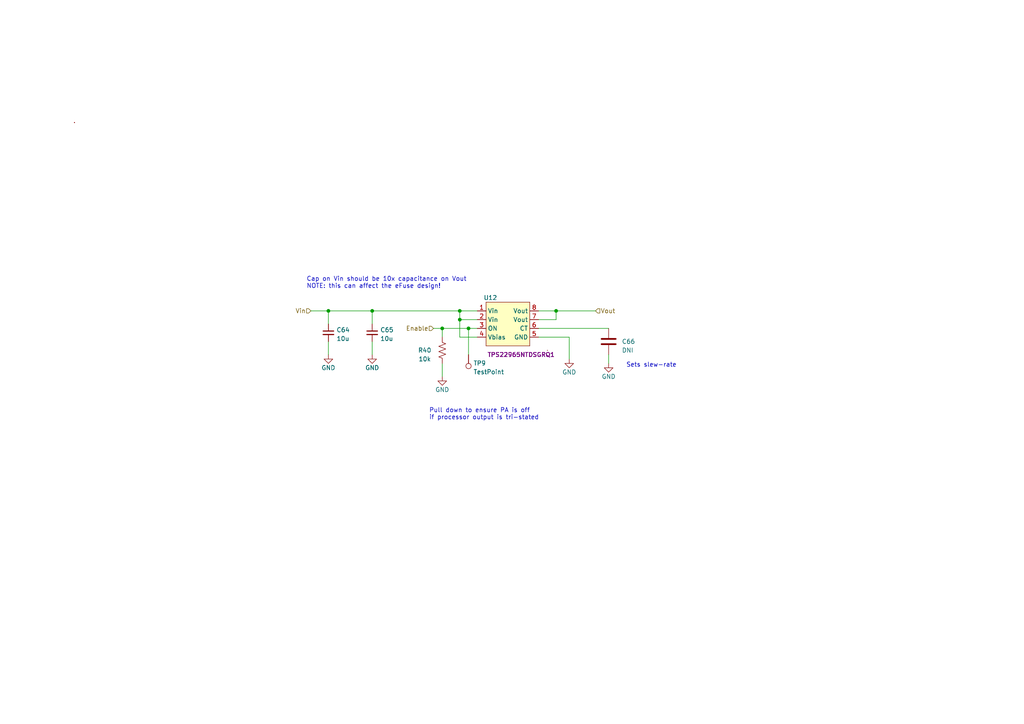
<source format=kicad_sch>
(kicad_sch (version 20230121) (generator eeschema)
  (paper "A4")
  (lib_symbols
    (symbol "Connector:TestPoint" (pin_numbers hide) (pin_names (offset 0.762) hide)
      (property "Reference" "TP" (at 0 6.858 0))
      (property "Value" "TestPoint" (at 0 5.08 0))
      (symbol "TestPoint_0_1"
        (circle (center 0 3.302) (radius 0.762))
      )
      (symbol "TestPoint_1_1"
        (pin passive line (at 0 0 90) (length 2.54) (name "1") (number "1"))
      )
    )
    (symbol "Device:C" (pin_numbers hide) (pin_names (offset 0.254))
      (property "Reference" "C" (at 0.635 2.54 0))
      (property "Value" "C" (at 0.635 -2.54 0))
      (symbol "C_0_1"
        (polyline (pts (xy -2.032 -0.762) (xy 2.032 -0.762)) (stroke (width 0.508)))
        (polyline (pts (xy -2.032 0.762) (xy 2.032 0.762)) (stroke (width 0.508)))
      )
      (symbol "C_1_1"
        (pin passive line (at 0 3.81 270) (length 2.794) (name "~") (number "1"))
        (pin passive line (at 0 -3.81 90) (length 2.794) (name "~") (number "2"))
      )
    )
    (symbol "Device:C_Small" (pin_numbers hide) (pin_names (offset 0.254) hide)
      (property "Reference" "C" (at 0.254 1.778 0))
      (property "Value" "C_Small" (at 0.254 -2.032 0))
      (symbol "C_Small_0_1"
        (polyline (pts (xy -1.524 -0.508) (xy 1.524 -0.508)) (stroke (width 0.3302)))
        (polyline (pts (xy -1.524 0.508) (xy 1.524 0.508)) (stroke (width 0.3048)))
      )
      (symbol "C_Small_1_1"
        (pin passive line (at 0 2.54 270) (length 2.032) (name "~") (number "1"))
        (pin passive line (at 0 -2.54 90) (length 2.032) (name "~") (number "2"))
      )
    )
    (symbol "Device:R_US" (pin_numbers hide) (pin_names (offset 0))
      (property "Reference" "R" (at 2.54 0 90))
      (property "Value" "R_US" (at -2.54 0 90))
      (symbol "R_US_0_1"
        (polyline (pts (xy 0 -2.286) (xy 0 -2.54)))
        (polyline (pts (xy 0 2.286) (xy 0 2.54)))
        (polyline (pts (xy 0 -0.762) (xy 1.016 -1.143) (xy 0 -1.524) (xy -1.016 -1.905) (xy 0 -2.286)))
        (polyline (pts (xy 0 0.762) (xy 1.016 0.381) (xy 0 0) (xy -1.016 -0.381) (xy 0 -0.762)))
        (polyline (pts (xy 0 2.286) (xy 1.016 1.905) (xy 0 1.524) (xy -1.016 1.143) (xy 0 0.762)))
      )
      (symbol "R_US_1_1"
        (pin passive line (at 0 3.81 270) (length 1.27) (name "~") (number "1"))
        (pin passive line (at 0 -3.81 90) (length 1.27) (name "~") (number "2"))
      )
    )
    (symbol "Silversat:TPS22965NTDSGRQ1"
      (property "Reference" "U?" (at 1.27 3.81 0))
      (property "Value" "TPS22965NTDSGRQ1" (at 10.16 -12.7 0))
      (property "Manufacturer_Part_Number" "TPS22965NTDSGRQ1" (at 10.16 -12.7 0))
      (symbol "TPS22965NTDSGRQ1_0_1"
        (rectangle (start -119.38 54.61) (end -119.38 54.61) (stroke (width 0.1524)))
        (rectangle (start -119.38 54.61) (end -119.38 54.61) (stroke (width 0.1524)))
        (rectangle (start -119.38 54.61) (end -119.38 54.61) (stroke (width 0.1524)))
        (rectangle (start -119.38 54.61) (end -119.38 54.61) (stroke (width 0.1524)))
        (rectangle (start -119.38 54.61) (end -119.38 54.61) (stroke (width 0.1524)))
        (rectangle (start -119.38 54.61) (end -119.38 54.61) (stroke (width 0.1524)))
        (rectangle (start -119.38 54.61) (end -119.38 54.61) (stroke (width 0.1524)))
        (rectangle (start -119.38 54.61) (end -119.38 54.61) (stroke (width 0.1524)))
        (rectangle (start -119.38 54.61) (end -119.38 54.61) (stroke (width 0.1524)))
        (rectangle (start -119.38 54.61) (end -119.38 54.61) (stroke (width 0.1524)))
        (rectangle (start -119.38 54.61) (end -119.38 54.61) (stroke (width 0.1524)))
        (rectangle (start -119.38 54.61) (end -119.38 54.61) (stroke (width 0.1524)))
        (polyline (pts (xy -119.38 54.61) (xy -119.38 54.61)) (stroke (width 0.1524)))
        (rectangle (start 0 2.54) (end 12.7 -10.16) (stroke (width 0.1524)) (fill (type background)))
        (rectangle (start 17.78 -11.43) (end 17.78 -11.43) (stroke (width 0.1524)))
        (rectangle (start 17.78 -11.43) (end 17.78 -11.43) (stroke (width 0.1524)))
        (rectangle (start 17.78 -11.43) (end 17.78 -11.43) (stroke (width 0.1524)))
        (rectangle (start 17.78 -11.43) (end 17.78 -11.43) (stroke (width 0.1524)))
        (rectangle (start 17.78 -11.43) (end 17.78 -11.43) (stroke (width 0.1524)))
        (rectangle (start 17.78 -11.43) (end 17.78 -11.43) (stroke (width 0.1524)))
        (rectangle (start 17.78 -11.43) (end 17.78 -11.43) (stroke (width 0.1524)))
        (rectangle (start 17.78 -11.43) (end 17.78 -11.43) (stroke (width 0.1524)))
        (rectangle (start 17.78 -11.43) (end 17.78 -11.43) (stroke (width 0.1524)))
        (rectangle (start 17.78 -11.43) (end 17.78 -11.43) (stroke (width 0.1524)))
        (rectangle (start 17.78 -11.43) (end 17.78 -11.43) (stroke (width 0.1524)))
      )
      (symbol "TPS22965NTDSGRQ1_1_1"
        (pin power_in line (at -2.54 0 0) (length 2.54) (name "Vin") (number "1"))
        (pin power_in line (at -2.54 -2.54 0) (length 2.54) (name "Vin") (number "2"))
        (pin input line (at -2.54 -5.08 0) (length 2.54) (name "ON") (number "3"))
        (pin power_in line (at -2.54 -7.62 0) (length 2.54) (name "Vbias") (number "4"))
        (pin passive line (at 15.24 -7.62 180) (length 2.54) (name "GND") (number "5"))
        (pin passive line (at 15.24 -5.08 180) (length 2.54) (name "CT") (number "6"))
        (pin power_out line (at 15.24 -2.54 180) (length 2.54) (name "Vout") (number "7"))
        (pin power_out line (at 15.24 0 180) (length 2.54) (name "Vout") (number "8"))
      )
    )
    (symbol "power:GND" (power) (pin_names (offset 0))
      (property "Value" "GND" (at 0 -3.81 0))
      (symbol "GND_0_1"
        (polyline (pts (xy 0 0) (xy 0 -1.27) (xy 1.27 -1.27) (xy 0 -2.54) (xy -1.27 -1.27) (xy 0 -1.27)))
      )
      (symbol "GND_1_1"
        (pin power_in line (at 0 0 270) (length 0) hide (name "GND") (number "1"))
      )
    )
  )
  (junction (at 133.35 92.71))
  (junction (at 128.27 95.25))
  (junction (at 133.35 90.17))
  (junction (at 107.95 90.17))
  (junction (at 135.89 95.25))
  (junction (at 161.29 90.17))
  (junction (at 95.25 90.17))
  (wire (pts (xy 128.27 95.25) (xy 128.27 97.79)))
  (wire (pts (xy 135.89 95.25) (xy 138.43 95.25)))
  (wire (pts (xy 95.25 93.98) (xy 95.25 90.17)))
  (wire (pts (xy 128.27 95.25) (xy 135.89 95.25)))
  (wire (pts (xy 161.29 92.71) (xy 161.29 90.17)))
  (wire (pts (xy 107.95 90.17) (xy 107.95 93.98)))
  (wire (pts (xy 95.25 90.17) (xy 107.95 90.17)))
  (wire (pts (xy 90.17 90.17) (xy 95.25 90.17)))
  (wire (pts (xy 165.1 104.14) (xy 165.1 97.79)))
  (wire (pts (xy 128.27 105.41) (xy 128.27 109.22)))
  (wire (pts (xy 133.35 92.71) (xy 133.35 90.17)))
  (wire (pts (xy 107.95 90.17) (xy 133.35 90.17)))
  (wire (pts (xy 156.21 90.17) (xy 161.29 90.17)))
  (wire (pts (xy 95.25 99.06) (xy 95.25 102.87)))
  (wire (pts (xy 138.43 97.79) (xy 133.35 97.79)))
  (wire (pts (xy 161.29 90.17) (xy 172.72 90.17)))
  (wire (pts (xy 107.95 99.06) (xy 107.95 102.87)))
  (wire (pts (xy 165.1 97.79) (xy 156.21 97.79)))
  (wire (pts (xy 133.35 90.17) (xy 138.43 90.17)))
  (wire (pts (xy 138.43 92.71) (xy 133.35 92.71)))
  (wire (pts (xy 156.21 92.71) (xy 161.29 92.71)))
  (wire (pts (xy 133.35 97.79) (xy 133.35 92.71)))
  (wire (pts (xy 176.53 102.87) (xy 176.53 105.41)))
  (wire (pts (xy 156.21 95.25) (xy 176.53 95.25)))
  (wire (pts (xy 125.73 95.25) (xy 128.27 95.25)))
  (wire (pts (xy 135.89 102.87) (xy 135.89 95.25)))
  (text "Cap on Vin should be 10x capacitance on Vout\nNOTE: this can affect the eFuse design!" (at 88.9 83.82 0) (effects (font (size 1.27 1.27)) (justify left bottom)))
  (text "Pull down to ensure PA is off \nif processor output is tri-stated" (at 124.46 121.92 0) (effects (font (size 1.27 1.27)) (justify left bottom)))
  (text "Sets slew-rate\n" (at 181.61 106.68 0) (effects (font (size 1.27 1.27)) (justify left bottom)))
  (hierarchical_label "Enable" (shape input) (at 125.73 95.25 180))
  (hierarchical_label "Vin" (shape input) (at 90.17 90.17 180))
  (hierarchical_label "Vout" (shape input) (at 172.72 90.17 0))
  (symbol (lib_id "power:GND") (at 128.27 109.22 0) (unit 1)
    (property "Reference" "#PWR0109" (effects hide))
    (property "Value" "GND" (at 128.27 113.03 0))
  )
  (symbol (lib_id "power:GND") (at 176.53 105.41 0) (unit 1)
    (property "Reference" "#PWR0111" (effects hide))
    (property "Value" "GND" (at 176.53 109.22 0))
  )
  (symbol (lib_id "Device:C_Small") (at 107.95 96.52 0) (unit 1)
    (property "Reference" "C65" (at 110.2741 95.6916 0) (effects (justify left)))
    (property "Value" "10u" (at 110.2741 98.2285 0) (effects (justify left)))
    (property "Footprint" "Capacitor_SMD:C_1210_3225Metric" (effects hide))
    (property "Datasheet" "${KIPRJMOD}/Datasheets/KyoceraAVX_AutoMLCC.pdf" (effects hide))
    (property "Part_Number" "12103C106K4Z2A" (effects hide))
    (property "Manufacturer" "AVX" (effects hide))
    (property "MPN" "12103C106K4Z2A" (effects hide))
  )
  (symbol (lib_id "Device:R_US") (at 128.27 101.6 180) (unit 1)
    (property "Reference" "R40" (at 123.19 101.6 0))
    (property "Value" "10k" (at 123.19 104.14 0))
    (property "Footprint" "Resistor_SMD:R_0603_1608Metric" (effects hide))
    (property "Datasheet" "https://industrial.panasonic.com/cdbs/www-data/pdf/RDA0000/AOA0000C304.pdf" (effects hide))
    (property "Manufacturer" "Panasonic" (effects hide))
    (property "Description" "12KΩ 0603 AEC Resistor" (effects hide))
    (property "Height" "0.45" (effects hide))
    (property "MPN" "ERJ-3RBD1002V" (effects hide))
    (property "Manufacturer_Part_Number" "ERJ-PB3B1202V " (effects hide))
    (property "Mouser Part Number" "667-ERJ-PB3B1202V " (effects hide))
    (property "Mouser Price/Stock" "https://www.mouser.com/ProductDetail/Panasonic/ERJ-PB3B1202V?qs=RYIBGgAklzJNGdI2mgDX0g%3D%3D" (effects hide))
    (property "Part_Number" "ERJ-PB3B1202V " (effects hide))
    (property "Manufacturer_Name" "Panasonic" (effects hide))
  )
  (symbol (lib_id "power:GND") (at 107.95 102.87 0) (unit 1)
    (property "Reference" "#PWR0108" (effects hide))
    (property "Value" "GND" (at 107.95 106.68 0))
  )
  (symbol (lib_id "power:GND") (at 165.1 104.14 0) (unit 1)
    (property "Reference" "#PWR0110" (effects hide))
    (property "Value" "GND" (at 165.1 107.95 0))
  )
  (symbol (lib_id "Connector:TestPoint") (at 135.89 102.87 180) (unit 1) (in_bom no)
    (property "Reference" "TP9" (at 137.287 105.3373 0) (effects (justify right)))
    (property "Value" "TestPoint" (at 137.287 107.8742 0) (effects (justify right)))
    (property "Footprint" "TestPoint:TestPoint_Pad_D1.0mm" (effects hide))
    (property "DNP" "DNP" (effects hide))
  )
  (symbol (lib_id "Device:C_Small") (at 95.25 96.52 0) (unit 1)
    (property "Reference" "C64" (at 97.5741 95.6916 0) (effects (justify left)))
    (property "Value" "10u" (at 97.5741 98.2285 0) (effects (justify left)))
    (property "Footprint" "Capacitor_SMD:C_1210_3225Metric" (effects hide))
    (property "Datasheet" "${KIPRJMOD}/Datasheets/KyoceraAVX_AutoMLCC.pdf" (effects hide))
    (property "Part_Number" "12103C106K4Z2A" (effects hide))
    (property "Manufacturer" "AVX" (effects hide))
    (property "MPN" "12103C106K4Z2A" (effects hide))
  )
  (symbol (lib_id "power:GND") (at 95.25 102.87 0) (unit 1)
    (property "Reference" "#PWR0107" (effects hide))
    (property "Value" "GND" (at 95.25 106.68 0))
  )
  (symbol (lib_id "Device:C") (at 176.53 99.06 0) (mirror x) (unit 1)
    (property "Reference" "C66" (at 180.34 99.06 0) (effects (justify left)))
    (property "Value" "DNI" (at 180.34 101.6 0) (effects (justify left)))
    (property "Footprint" "Capacitor_SMD:C_0603_1608Metric" (effects hide))
    (property "DNP" "DNP" (effects hide))
  )
  (symbol (lib_id "Silversat:TPS22965NTDSGRQ1") (at 140.97 90.17 0) (unit 1)
    (property "Reference" "U12" (at 142.24 86.36 0))
    (property "Value" "TPS22965NTDSGRQ1" (at 151.13 102.87 0))
    (property "Footprint" "kicad_library:DFN-8-1EP_2.1x2.1mm_P0.5mmx0.25mm_EP0.8x1.6mm" (effects hide))
    (property "Datasheet" "${KIPRJMOD}\\Datasheets\\tps22965-q1-1.pdf" (effects hide))
    (property "MPN" "TPS22965NTDSGRQ1" (at 151.13 102.87 0))
    (property "Manufacturer_Part_Number" "TPS22965NTDSGRQ1" (at 151.13 102.87 0))
    (property "Manufacturer" "TI" (effects hide))
  )
)
</source>
